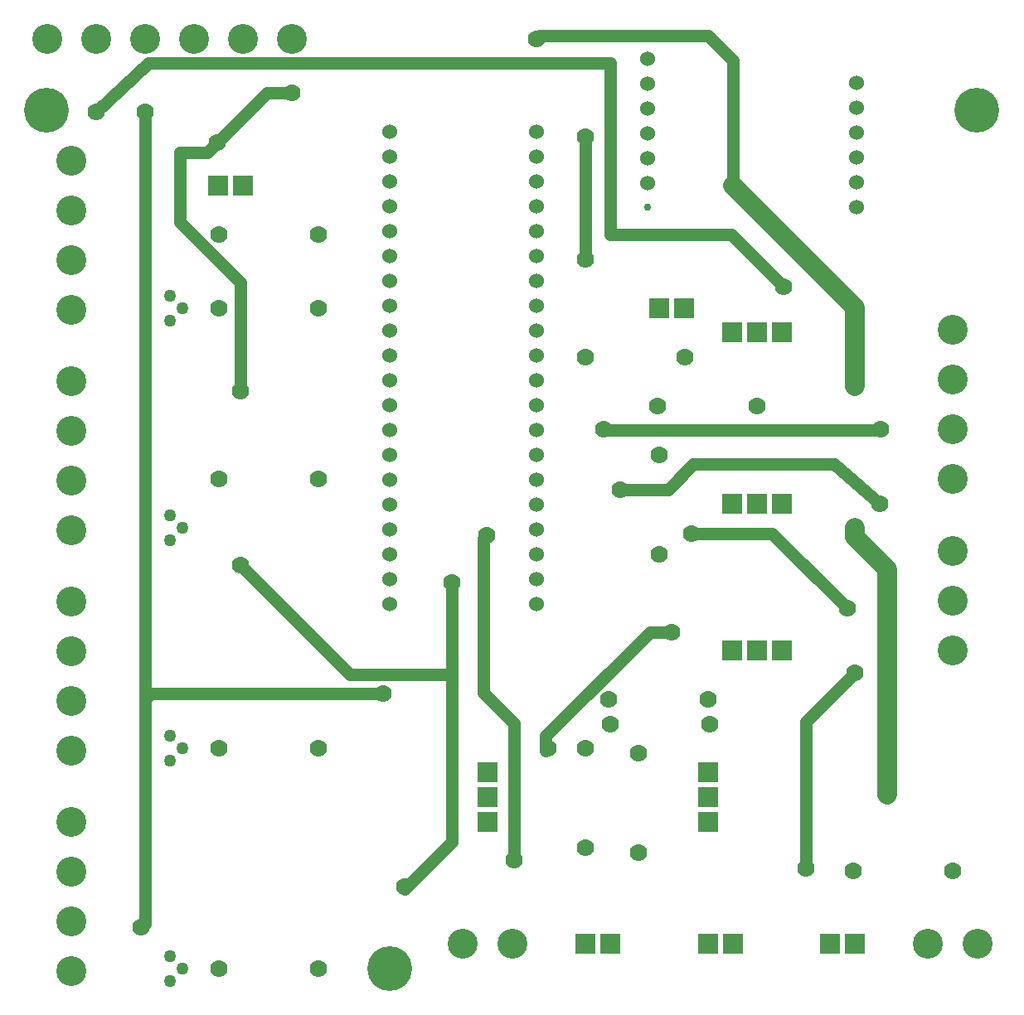
<source format=gbr>
G04 PROTEUS GERBER X2 FILE*
%TF.GenerationSoftware,Labcenter,Proteus,8.13-SP0-Build31525*%
%TF.CreationDate,2023-11-13T13:03:38+00:00*%
%TF.FileFunction,Copper,L1,Top*%
%TF.FilePolarity,Positive*%
%TF.Part,Single*%
%TF.SameCoordinates,{d9887baf-ebf7-4e26-a593-32e53c83881c}*%
%FSLAX45Y45*%
%MOMM*%
G01*
%TA.AperFunction,Conductor*%
%ADD10C,1.270000*%
%ADD11C,2.032000*%
%TA.AperFunction,ViaPad*%
%ADD12C,0.762000*%
%ADD13C,1.778000*%
%TA.AperFunction,WasherPad*%
%ADD14C,1.524000*%
%TA.AperFunction,ComponentPad*%
%ADD15C,3.048000*%
%TA.AperFunction,ComponentPad*%
%ADD16C,1.270000*%
%TA.AperFunction,ComponentPad*%
%ADD17C,1.778000*%
%TA.AperFunction,ComponentPad*%
%ADD18R,2.032000X2.032000*%
%TA.AperFunction,OtherPad,Unknown*%
%ADD19C,4.572000*%
%TD.AperFunction*%
D10*
X-1977771Y+6948599D02*
X-2511384Y+7482212D01*
X-3329590Y+7482212D01*
X-3746000Y+7480000D01*
X-3746000Y+9230000D01*
X-8460028Y+9230000D01*
X-8996000Y+8730000D01*
X-8496000Y+7230000D02*
X-8496000Y+8730000D01*
X-8496000Y+7230000D02*
X-8496000Y+4980000D01*
X-8496000Y+2730000D01*
X-8496000Y+438959D01*
X-8534334Y+400625D01*
X-6064086Y+2787568D02*
X-8438432Y+2787568D01*
X-8496000Y+2730000D01*
X-4726000Y+1083824D02*
X-4726000Y+2484559D01*
X-5043500Y+2802059D01*
X-5043500Y+4370883D01*
X-5006148Y+4408235D01*
X-2914383Y+4426911D02*
X-2092617Y+4426911D01*
X-1326883Y+3661177D01*
X-4408500Y+2204412D02*
X-4408500Y+2353824D01*
X-3343941Y+3418383D01*
X-3119824Y+3418383D01*
X-996000Y+5480000D02*
X-3799383Y+5480000D01*
X-3810853Y+5491470D01*
D11*
X-2496000Y+7980000D02*
X-1251638Y+6735638D01*
X-1251638Y+5934430D01*
D10*
X-3996000Y+8480000D02*
X-3996000Y+7230000D01*
X-5365856Y+3921204D02*
X-5365856Y+2980000D01*
X-5365856Y+1270769D01*
X-5844405Y+792220D01*
X-7523235Y+4102603D02*
X-6400632Y+2980000D01*
X-5365856Y+2980000D01*
X-3642765Y+4875147D02*
X-3157176Y+4875147D01*
X-2895706Y+5136617D01*
X-1457619Y+5136617D01*
X-996000Y+4730000D01*
D11*
X-920197Y+1758745D02*
X-920197Y+4063560D01*
X-1246000Y+4389363D01*
X-1246000Y+4480000D01*
D10*
X-7759282Y+8419852D02*
X-7252942Y+8926192D01*
X-6995621Y+8926192D01*
X-7523235Y+5880235D02*
X-7523235Y+6989861D01*
X-8143455Y+7610081D01*
X-8143455Y+8318918D01*
X-7860216Y+8318918D01*
X-7759282Y+8419852D01*
X-2496000Y+7980000D02*
X-2496000Y+9255322D01*
X-2750000Y+9509322D01*
X-4466678Y+9509322D01*
X-4496000Y+9480000D01*
X-1750000Y+1000000D02*
X-1750000Y+2500000D01*
X-1250000Y+3000000D01*
D12*
X-3366000Y+7758000D03*
X-8496000Y+7230000D03*
X-8496000Y+4980000D03*
X-8496000Y+2730000D03*
X-5844405Y+792220D03*
X-4408500Y+2204412D03*
X-996000Y+5480000D03*
D13*
X-6995621Y+8926192D03*
X-7759282Y+8419852D03*
X-8496000Y+8730000D03*
X-8996000Y+8730000D03*
X-7523235Y+5880235D03*
X-4496000Y+9480000D03*
X-3996000Y+8480000D03*
X-3996000Y+7230000D03*
X-2496000Y+7980000D03*
X-1251638Y+5934430D03*
X-988000Y+5488000D03*
X-3810853Y+5491470D03*
X-7523235Y+4102603D03*
X-6064086Y+2787568D03*
X-5365856Y+3921204D03*
X-5006148Y+4408235D03*
X-4726000Y+1083824D03*
X-5844405Y+820405D03*
X-4382912Y+2230000D03*
X-8534334Y+400625D03*
X-920197Y+1758745D03*
X-1246000Y+4480000D03*
X-1326883Y+3661177D03*
X-2914383Y+4426911D03*
X-3642765Y+4875147D03*
X-1977771Y+6948599D03*
X-996000Y+4730000D03*
X-3119824Y+3418383D03*
X-1750000Y+1000000D03*
X-1250000Y+3000000D03*
D14*
X-3366000Y+9278000D03*
X-3366000Y+9024000D03*
X-3366000Y+8770000D03*
X-3366000Y+8516000D03*
X-3366000Y+8262000D03*
X-3366000Y+8008000D03*
X-5996000Y+3706000D03*
X-5996000Y+3960000D03*
X-5996000Y+4214000D03*
X-5996000Y+4468000D03*
X-5996000Y+4722000D03*
X-5996000Y+4976000D03*
X-5996000Y+5230000D03*
X-5996000Y+5484000D03*
X-5996000Y+5738000D03*
X-5996000Y+5992000D03*
X-5996000Y+6246000D03*
X-5996000Y+6500000D03*
X-5996000Y+6754000D03*
X-5996000Y+7008000D03*
X-5996000Y+7262000D03*
X-5996000Y+7516000D03*
X-5996000Y+7770000D03*
X-5996000Y+8024000D03*
X-5996000Y+8278000D03*
X-5996000Y+8532000D03*
X-4496000Y+3706000D03*
X-4496000Y+3960000D03*
X-4496000Y+4214000D03*
X-4496000Y+4468000D03*
X-4496000Y+4722000D03*
X-4496000Y+4976000D03*
X-4496000Y+5230000D03*
X-4496000Y+5484000D03*
X-4496000Y+5738000D03*
X-4496000Y+5992000D03*
X-4496000Y+6246000D03*
X-4496000Y+6500000D03*
X-4496000Y+6754000D03*
X-4496000Y+7008000D03*
X-4496000Y+7262000D03*
X-4496000Y+7516000D03*
X-4496000Y+7770000D03*
X-4496000Y+8024000D03*
X-4496000Y+8278000D03*
X-4496000Y+8532000D03*
X-1230000Y+9032000D03*
X-1230000Y+8778000D03*
X-1230000Y+8524000D03*
X-1230000Y+8270000D03*
X-1230000Y+8016000D03*
X-1230000Y+7762000D03*
D15*
X-9246000Y+8230000D03*
X-9246000Y+7722000D03*
X-9246000Y+7214000D03*
X-9246000Y+6706000D03*
X-6996000Y+9480000D03*
X-7496380Y+9480000D03*
X-7996760Y+9480000D03*
X-8497140Y+9480000D03*
X-8994980Y+9480000D03*
X-9495360Y+9480000D03*
D16*
X-8246000Y+6603000D03*
X-8119000Y+6730000D03*
X-8246000Y+6857000D03*
D17*
X-7746000Y+6730000D03*
X-6730000Y+6730000D03*
D15*
X-9246000Y+5980000D03*
X-9246000Y+5472000D03*
X-9246000Y+4964000D03*
X-9246000Y+4456000D03*
D17*
X-7746000Y+4980000D03*
X-6730000Y+4980000D03*
D16*
X-8246000Y+4353000D03*
X-8119000Y+4480000D03*
X-8246000Y+4607000D03*
D15*
X+4000Y+230000D03*
X-504000Y+230000D03*
D18*
X-2500000Y+6480000D03*
X-2246000Y+6480000D03*
X-1992000Y+6480000D03*
X-2500000Y+4730000D03*
X-2246000Y+4730000D03*
X-1992000Y+4730000D03*
X-2500000Y+3230000D03*
X-2246000Y+3230000D03*
X-1992000Y+3230000D03*
X-4996000Y+1476000D03*
X-4996000Y+1730000D03*
X-4996000Y+1984000D03*
X-2746000Y+1476000D03*
X-2746000Y+1730000D03*
X-2746000Y+1984000D03*
X-1500000Y+230000D03*
X-1246000Y+230000D03*
X-2746000Y+230000D03*
X-2492000Y+230000D03*
D17*
X-3458890Y+2180464D03*
X-3458890Y+1164464D03*
X-246000Y+980000D03*
X-1262000Y+980000D03*
D15*
X-9246000Y+3730000D03*
X-9246000Y+3222000D03*
X-9246000Y+2714000D03*
X-9246000Y+2206000D03*
D16*
X-8246000Y+2103000D03*
X-8119000Y+2230000D03*
X-8246000Y+2357000D03*
D17*
X-7746000Y+2230000D03*
X-6730000Y+2230000D03*
D15*
X-9246000Y+1480000D03*
X-9246000Y+972000D03*
X-9246000Y+464000D03*
X-9246000Y-44000D03*
D16*
X-8246000Y-147000D03*
X-8119000Y-20000D03*
X-8246000Y+107000D03*
D17*
X-7746000Y-20000D03*
X-6730000Y-20000D03*
X-2246000Y+5730000D03*
X-3262000Y+5730000D03*
X-3246000Y+5230000D03*
X-3246000Y+4214000D03*
X-2746000Y+2730000D03*
X-3762000Y+2730000D03*
X-3746000Y+2480000D03*
X-2730000Y+2480000D03*
D15*
X-4746000Y+230000D03*
X-5254000Y+230000D03*
X-246000Y+4980000D03*
X-246000Y+5488000D03*
X-246000Y+5996000D03*
X-246000Y+6504000D03*
X-246000Y+3230000D03*
X-246000Y+3738000D03*
X-246000Y+4246000D03*
D18*
X-3996000Y+230000D03*
X-3742000Y+230000D03*
D17*
X-3996000Y+2230000D03*
X-3996000Y+1214000D03*
D19*
X+0Y+8750000D03*
X-5996000Y-20000D03*
D18*
X-7496000Y+7980000D03*
X-7750000Y+7980000D03*
X-2996000Y+6730000D03*
X-3250000Y+6730000D03*
D17*
X-3996000Y+6230000D03*
X-2980000Y+6230000D03*
X-7746000Y+7480000D03*
X-6730000Y+7480000D03*
D19*
X-9500000Y+8750000D03*
M02*

</source>
